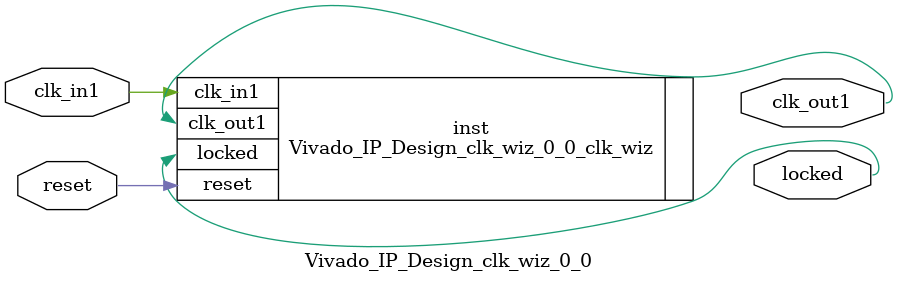
<source format=v>


`timescale 1ps/1ps

(* CORE_GENERATION_INFO = "Vivado_IP_Design_clk_wiz_0_0,clk_wiz_v6_0_16_0_0,{component_name=Vivado_IP_Design_clk_wiz_0_0,use_phase_alignment=true,use_min_o_jitter=false,use_max_i_jitter=false,use_dyn_phase_shift=false,use_inclk_switchover=false,use_dyn_reconfig=false,enable_axi=0,feedback_source=FDBK_AUTO,PRIMITIVE=MMCM,num_out_clk=1,clkin1_period=10.000,clkin2_period=10.000,use_power_down=false,use_reset=true,use_locked=true,use_inclk_stopped=false,feedback_type=SINGLE,CLOCK_MGR_TYPE=NA,manual_override=false}" *)

module Vivado_IP_Design_clk_wiz_0_0 
 (
  // Clock out ports
  output        clk_out1,
  // Status and control signals
  input         reset,
  output        locked,
 // Clock in ports
  input         clk_in1
 );

  Vivado_IP_Design_clk_wiz_0_0_clk_wiz inst
  (
  // Clock out ports  
  .clk_out1(clk_out1),
  // Status and control signals               
  .reset(reset), 
  .locked(locked),
 // Clock in ports
  .clk_in1(clk_in1)
  );

endmodule

</source>
